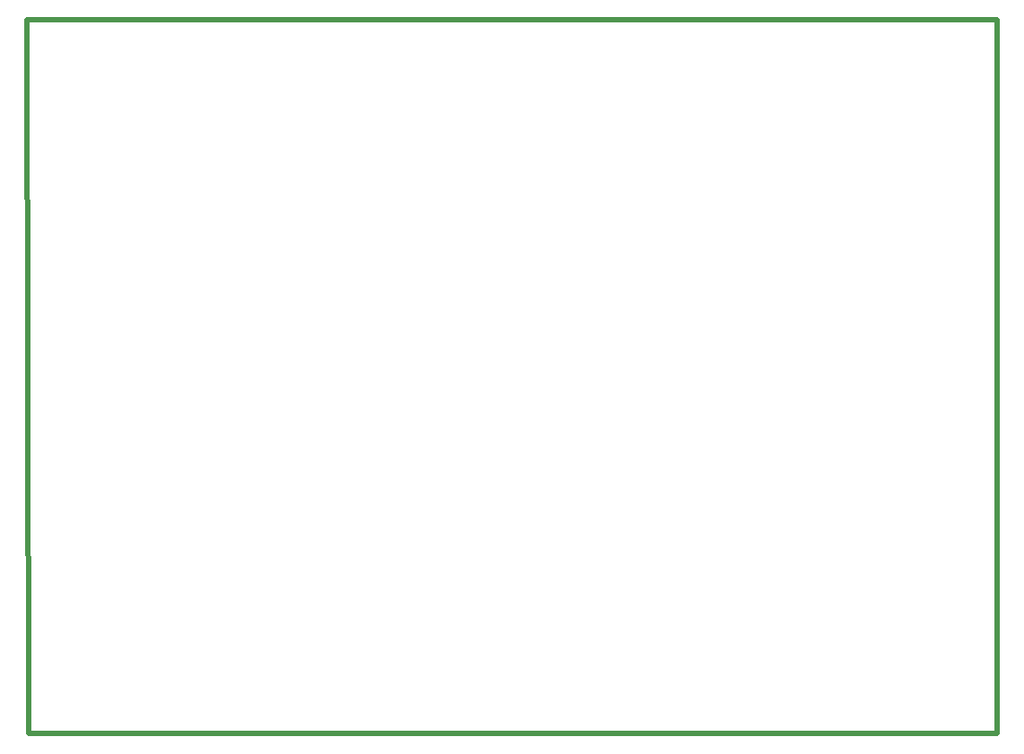
<source format=gm1>
G04 Layer_Color=16711935*
%FSLAX25Y25*%
%MOIN*%
G70*
G01*
G75*
%ADD31C,0.01968*%
D31*
X220000Y452500D02*
X220500Y187000D01*
X220000Y452500D02*
X580500D01*
Y187000D02*
Y452500D01*
X220500Y187000D02*
X580500D01*
M02*

</source>
